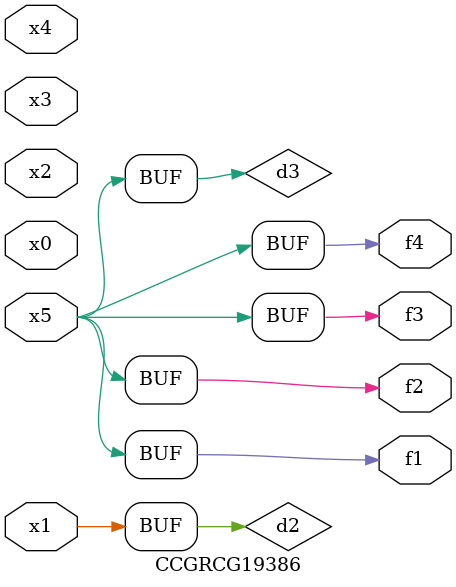
<source format=v>
module CCGRCG19386(
	input x0, x1, x2, x3, x4, x5,
	output f1, f2, f3, f4
);

	wire d1, d2, d3;

	not (d1, x5);
	or (d2, x1);
	xnor (d3, d1);
	assign f1 = d3;
	assign f2 = d3;
	assign f3 = d3;
	assign f4 = d3;
endmodule

</source>
